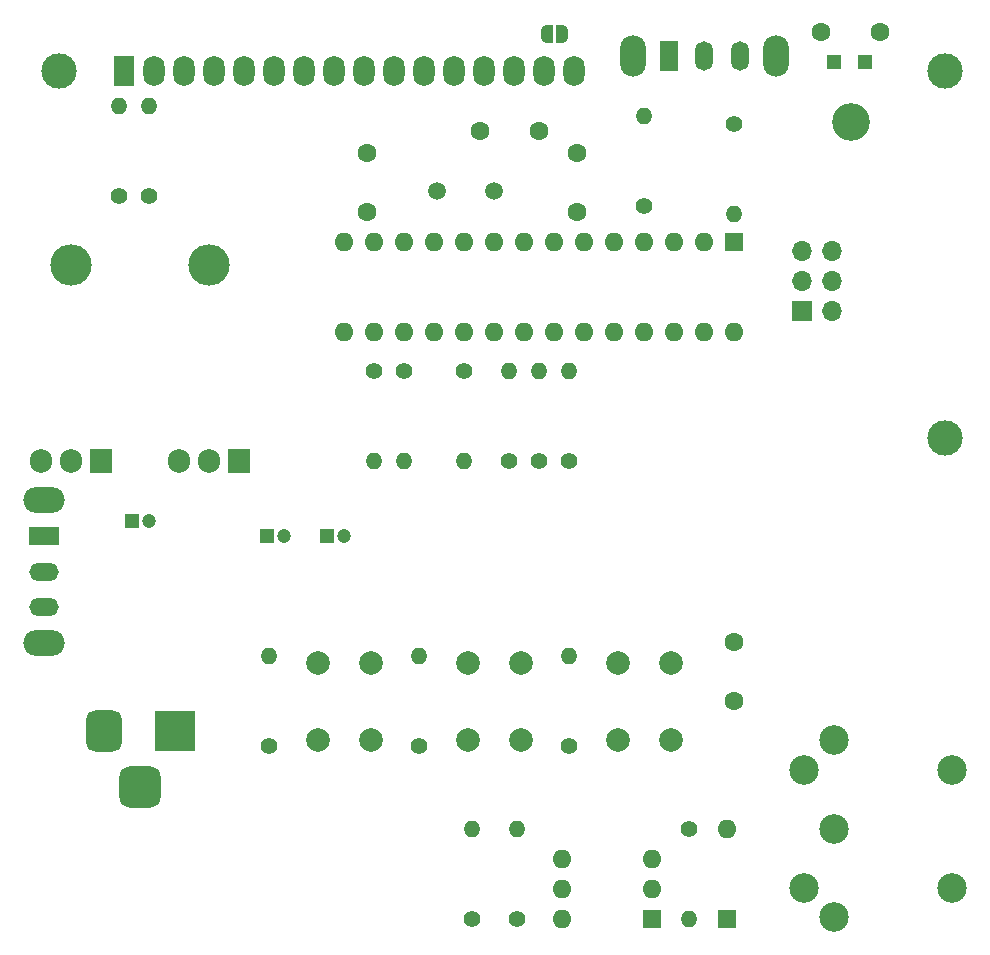
<source format=gbr>
%TF.GenerationSoftware,KiCad,Pcbnew,7.0.7-7.0.7~ubuntu22.04.1*%
%TF.CreationDate,2023-10-02T11:26:06+02:00*%
%TF.ProjectId,interrupter,696e7465-7272-4757-9074-65722e6b6963,rev?*%
%TF.SameCoordinates,Original*%
%TF.FileFunction,Soldermask,Bot*%
%TF.FilePolarity,Negative*%
%FSLAX46Y46*%
G04 Gerber Fmt 4.6, Leading zero omitted, Abs format (unit mm)*
G04 Created by KiCad (PCBNEW 7.0.7-7.0.7~ubuntu22.04.1) date 2023-10-02 11:26:06*
%MOMM*%
%LPD*%
G01*
G04 APERTURE LIST*
G04 Aperture macros list*
%AMRoundRect*
0 Rectangle with rounded corners*
0 $1 Rounding radius*
0 $2 $3 $4 $5 $6 $7 $8 $9 X,Y pos of 4 corners*
0 Add a 4 corners polygon primitive as box body*
4,1,4,$2,$3,$4,$5,$6,$7,$8,$9,$2,$3,0*
0 Add four circle primitives for the rounded corners*
1,1,$1+$1,$2,$3*
1,1,$1+$1,$4,$5*
1,1,$1+$1,$6,$7*
1,1,$1+$1,$8,$9*
0 Add four rect primitives between the rounded corners*
20,1,$1+$1,$2,$3,$4,$5,0*
20,1,$1+$1,$4,$5,$6,$7,0*
20,1,$1+$1,$6,$7,$8,$9,0*
20,1,$1+$1,$8,$9,$2,$3,0*%
%AMFreePoly0*
4,1,19,0.000000,0.744911,0.071157,0.744911,0.207708,0.704816,0.327430,0.627875,0.420627,0.520320,0.479746,0.390866,0.500000,0.250000,0.500000,-0.250000,0.479746,-0.390866,0.420627,-0.520320,0.327430,-0.627875,0.207708,-0.704816,0.071157,-0.744911,0.000000,-0.744911,0.000000,-0.750000,-0.500000,-0.750000,-0.500000,0.750000,0.000000,0.750000,0.000000,0.744911,0.000000,0.744911,
$1*%
%AMFreePoly1*
4,1,19,0.500000,-0.750000,0.000000,-0.750000,0.000000,-0.744911,-0.071157,-0.744911,-0.207708,-0.704816,-0.327430,-0.627875,-0.420627,-0.520320,-0.479746,-0.390866,-0.500000,-0.250000,-0.500000,0.250000,-0.479746,0.390866,-0.420627,0.520320,-0.327430,0.627875,-0.207708,0.704816,-0.071157,0.744911,0.000000,0.744911,0.000000,0.750000,0.500000,0.750000,0.500000,-0.750000,0.500000,-0.750000,
$1*%
G04 Aperture macros list end*
%ADD10R,1.700000X1.700000*%
%ADD11O,1.700000X1.700000*%
%ADD12C,2.500000*%
%ADD13R,3.500000X3.500000*%
%ADD14RoundRect,0.750000X-0.750000X-1.000000X0.750000X-1.000000X0.750000X1.000000X-0.750000X1.000000X0*%
%ADD15RoundRect,0.875000X-0.875000X-0.875000X0.875000X-0.875000X0.875000X0.875000X-0.875000X0.875000X0*%
%ADD16O,3.500000X3.500000*%
%ADD17R,1.905000X2.000000*%
%ADD18O,1.905000X2.000000*%
%ADD19C,1.600000*%
%ADD20C,3.200000*%
%ADD21R,1.208000X1.208000*%
%ADD22O,2.200000X3.500000*%
%ADD23R,1.500000X2.500000*%
%ADD24O,1.500000X2.500000*%
%ADD25O,1.400000X1.400000*%
%ADD26C,1.400000*%
%ADD27C,1.500000*%
%ADD28O,1.800000X2.600000*%
%ADD29R,1.800000X2.600000*%
%ADD30C,3.000000*%
%ADD31O,1.600000X1.600000*%
%ADD32R,1.600000X1.600000*%
%ADD33C,2.000000*%
%ADD34C,1.200000*%
%ADD35R,1.200000X1.200000*%
%ADD36O,2.500000X1.500000*%
%ADD37R,2.500000X1.500000*%
%ADD38O,3.500000X2.200000*%
%ADD39FreePoly0,0.000000*%
%ADD40FreePoly1,0.000000*%
G04 APERTURE END LIST*
D10*
%TO.C,J3*%
X89535000Y-50800000D03*
D11*
X92075000Y-50800000D03*
X89535000Y-48260000D03*
X92075000Y-48260000D03*
X89535000Y-45720000D03*
X92075000Y-45720000D03*
%TD*%
D12*
%TO.C,J4*%
X92250000Y-87115000D03*
X92250000Y-94615000D03*
X92250000Y-102115000D03*
X89750000Y-89615000D03*
X89750000Y-99615000D03*
X102250000Y-99615000D03*
X102250000Y-89615000D03*
%TD*%
D13*
%TO.C,J1*%
X36480000Y-86360000D03*
D14*
X30480000Y-86360000D03*
D15*
X33480000Y-91060000D03*
%TD*%
D16*
%TO.C,U2*%
X39370000Y-46840000D03*
D17*
X41910000Y-63500000D03*
D18*
X39370000Y-63500000D03*
X36830000Y-63500000D03*
%TD*%
D19*
%TO.C,U3*%
X91186000Y-27178000D03*
D20*
X93686000Y-34778000D03*
D19*
X96186000Y-27178000D03*
D21*
X94886000Y-29678000D03*
X92286000Y-29678000D03*
%TD*%
D19*
%TO.C,C5*%
X83820000Y-78780000D03*
X83820000Y-83780000D03*
%TD*%
D22*
%TO.C,SW2*%
X75230000Y-29210000D03*
X87330000Y-29210000D03*
D23*
X78280000Y-29210000D03*
D24*
X81280000Y-29210000D03*
X84280000Y-29210000D03*
%TD*%
D25*
%TO.C,R14*%
X65405000Y-94615000D03*
D26*
X65405000Y-102235000D03*
%TD*%
D27*
%TO.C,Y1*%
X63500000Y-40640000D03*
X58620000Y-40640000D03*
%TD*%
D28*
%TO.C,DS1*%
X70269100Y-30480000D03*
X67729100Y-30480000D03*
X65189100Y-30480000D03*
X62649100Y-30480000D03*
X60109100Y-30480000D03*
X57569100Y-30480000D03*
X55029100Y-30480000D03*
X52489100Y-30480000D03*
X49949100Y-30480000D03*
X47409100Y-30480000D03*
X44869100Y-30480000D03*
X42329100Y-30480000D03*
X39789100Y-30480000D03*
X37249100Y-30480000D03*
X34709100Y-30480000D03*
D29*
X32169100Y-30480000D03*
D30*
X101669100Y-30480000D03*
X101668580Y-61480700D03*
X26670000Y-30480000D03*
%TD*%
D31*
%TO.C,U5*%
X69205000Y-102220000D03*
X69205000Y-99680000D03*
X69205000Y-97140000D03*
X76825000Y-97140000D03*
X76825000Y-99680000D03*
D32*
X76825000Y-102220000D03*
%TD*%
D25*
%TO.C,R11*%
X69850000Y-55880000D03*
D26*
X69850000Y-63500000D03*
%TD*%
D25*
%TO.C,R13*%
X76200000Y-34290000D03*
D26*
X76200000Y-41910000D03*
%TD*%
D25*
%TO.C,R5*%
X44450000Y-80010000D03*
D26*
X44450000Y-87630000D03*
%TD*%
D33*
%TO.C,SW5*%
X48550000Y-87070000D03*
X48550000Y-80570000D03*
X53050000Y-87070000D03*
X53050000Y-80570000D03*
%TD*%
%TO.C,SW3*%
X73950000Y-87070000D03*
X73950000Y-80570000D03*
X78450000Y-87070000D03*
X78450000Y-80570000D03*
%TD*%
D31*
%TO.C,D1*%
X83185000Y-94615000D03*
D32*
X83185000Y-102235000D03*
%TD*%
D18*
%TO.C,U1*%
X25110000Y-63500000D03*
X27650000Y-63500000D03*
D17*
X30190000Y-63500000D03*
D16*
X27650000Y-46840000D03*
%TD*%
D25*
%TO.C,R10*%
X67310000Y-55880000D03*
D26*
X67310000Y-63500000D03*
%TD*%
D25*
%TO.C,R2*%
X34290000Y-33370000D03*
D26*
X34290000Y-40990000D03*
%TD*%
D31*
%TO.C,U4*%
X83810000Y-52510000D03*
X81270000Y-52510000D03*
X78730000Y-52510000D03*
X76190000Y-52510000D03*
X73650000Y-52510000D03*
X71110000Y-52510000D03*
X68570000Y-52510000D03*
X66030000Y-52510000D03*
X63490000Y-52510000D03*
X60950000Y-52510000D03*
X58410000Y-52510000D03*
X55870000Y-52510000D03*
X53330000Y-52510000D03*
X50790000Y-52510000D03*
X50790000Y-44890000D03*
X53330000Y-44890000D03*
X55870000Y-44890000D03*
X58410000Y-44890000D03*
X60950000Y-44890000D03*
X63490000Y-44890000D03*
X66030000Y-44890000D03*
X68570000Y-44890000D03*
X71110000Y-44890000D03*
X73650000Y-44890000D03*
X76190000Y-44890000D03*
X78730000Y-44890000D03*
X81270000Y-44890000D03*
D32*
X83810000Y-44890000D03*
%TD*%
D34*
%TO.C,C2*%
X45720000Y-69850000D03*
D35*
X44220000Y-69850000D03*
%TD*%
D19*
%TO.C,C6*%
X67270000Y-35560000D03*
X62270000Y-35560000D03*
%TD*%
D25*
%TO.C,R7*%
X53340000Y-63500000D03*
D26*
X53340000Y-55880000D03*
%TD*%
D25*
%TO.C,R15*%
X61595000Y-94615000D03*
D26*
X61595000Y-102235000D03*
%TD*%
D25*
%TO.C,R12*%
X64770000Y-55880000D03*
D26*
X64770000Y-63500000D03*
%TD*%
D34*
%TO.C,C3*%
X50800000Y-69850000D03*
D35*
X49300000Y-69850000D03*
%TD*%
D25*
%TO.C,R16*%
X80010000Y-102235000D03*
D26*
X80010000Y-94615000D03*
%TD*%
D36*
%TO.C,SW1*%
X25400000Y-75850000D03*
X25400000Y-72850000D03*
D37*
X25400000Y-69850000D03*
D38*
X25400000Y-78900000D03*
X25400000Y-66800000D03*
%TD*%
D25*
%TO.C,R9*%
X83820000Y-42545000D03*
D26*
X83820000Y-34925000D03*
%TD*%
D25*
%TO.C,R1*%
X31750000Y-33370000D03*
D26*
X31750000Y-40990000D03*
%TD*%
D19*
%TO.C,C7*%
X52705000Y-42390000D03*
X52705000Y-37390000D03*
%TD*%
D25*
%TO.C,R3*%
X69850000Y-80010000D03*
D26*
X69850000Y-87630000D03*
%TD*%
D19*
%TO.C,C4*%
X70485000Y-37390000D03*
X70485000Y-42390000D03*
%TD*%
D34*
%TO.C,C1*%
X34290000Y-68580000D03*
D35*
X32790000Y-68580000D03*
%TD*%
D33*
%TO.C,SW4*%
X61250000Y-87070000D03*
X61250000Y-80570000D03*
X65750000Y-87070000D03*
X65750000Y-80570000D03*
%TD*%
D25*
%TO.C,R8*%
X60960000Y-63500000D03*
D26*
X60960000Y-55880000D03*
%TD*%
D25*
%TO.C,R6*%
X55880000Y-63500000D03*
D26*
X55880000Y-55880000D03*
%TD*%
D25*
%TO.C,R4*%
X57150000Y-80010000D03*
D26*
X57150000Y-87630000D03*
%TD*%
D39*
%TO.C,JP1*%
X69230000Y-27305000D03*
D40*
X67930000Y-27305000D03*
%TD*%
M02*

</source>
